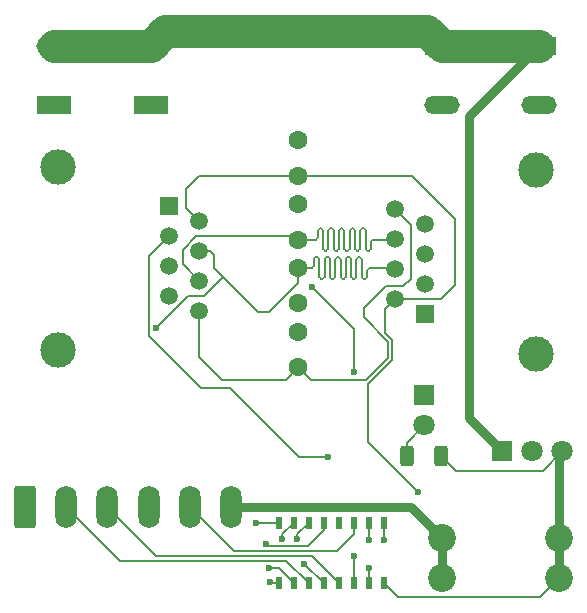
<source format=gtl>
G04 #@! TF.GenerationSoftware,KiCad,Pcbnew,8.0.0*
G04 #@! TF.CreationDate,2024-11-14T09:55:01-06:00*
G04 #@! TF.ProjectId,RainSegmentDriver,5261696e-5365-4676-9d65-6e7444726976,rev?*
G04 #@! TF.SameCoordinates,Original*
G04 #@! TF.FileFunction,Copper,L1,Top*
G04 #@! TF.FilePolarity,Positive*
%FSLAX46Y46*%
G04 Gerber Fmt 4.6, Leading zero omitted, Abs format (unit mm)*
G04 Created by KiCad (PCBNEW 8.0.0) date 2024-11-14 09:55:02*
%MOMM*%
%LPD*%
G01*
G04 APERTURE LIST*
G04 Aperture macros list*
%AMRoundRect*
0 Rectangle with rounded corners*
0 $1 Rounding radius*
0 $2 $3 $4 $5 $6 $7 $8 $9 X,Y pos of 4 corners*
0 Add a 4 corners polygon primitive as box body*
4,1,4,$2,$3,$4,$5,$6,$7,$8,$9,$2,$3,0*
0 Add four circle primitives for the rounded corners*
1,1,$1+$1,$2,$3*
1,1,$1+$1,$4,$5*
1,1,$1+$1,$6,$7*
1,1,$1+$1,$8,$9*
0 Add four rect primitives between the rounded corners*
20,1,$1+$1,$2,$3,$4,$5,0*
20,1,$1+$1,$4,$5,$6,$7,0*
20,1,$1+$1,$6,$7,$8,$9,0*
20,1,$1+$1,$8,$9,$2,$3,0*%
G04 Aperture macros list end*
G04 #@! TA.AperFunction,ComponentPad*
%ADD10R,1.800000X1.800000*%
G04 #@! TD*
G04 #@! TA.AperFunction,ComponentPad*
%ADD11C,1.800000*%
G04 #@! TD*
G04 #@! TA.AperFunction,ComponentPad*
%ADD12C,2.362000*%
G04 #@! TD*
G04 #@! TA.AperFunction,SMDPad,CuDef*
%ADD13R,0.508000X1.104900*%
G04 #@! TD*
G04 #@! TA.AperFunction,ComponentPad*
%ADD14RoundRect,0.250000X-0.650000X-1.550000X0.650000X-1.550000X0.650000X1.550000X-0.650000X1.550000X0*%
G04 #@! TD*
G04 #@! TA.AperFunction,ComponentPad*
%ADD15O,1.800000X3.600000*%
G04 #@! TD*
G04 #@! TA.AperFunction,ComponentPad*
%ADD16R,1.500000X1.500000*%
G04 #@! TD*
G04 #@! TA.AperFunction,ComponentPad*
%ADD17C,1.500000*%
G04 #@! TD*
G04 #@! TA.AperFunction,ComponentPad*
%ADD18C,3.000000*%
G04 #@! TD*
G04 #@! TA.AperFunction,ComponentPad*
%ADD19R,3.000000X1.500000*%
G04 #@! TD*
G04 #@! TA.AperFunction,ComponentPad*
%ADD20O,3.000000X1.500000*%
G04 #@! TD*
G04 #@! TA.AperFunction,ComponentPad*
%ADD21C,1.600000*%
G04 #@! TD*
G04 #@! TA.AperFunction,SMDPad,CuDef*
%ADD22RoundRect,0.250000X0.312500X0.625000X-0.312500X0.625000X-0.312500X-0.625000X0.312500X-0.625000X0*%
G04 #@! TD*
G04 #@! TA.AperFunction,ViaPad*
%ADD23C,0.600000*%
G04 #@! TD*
G04 #@! TA.AperFunction,Conductor*
%ADD24C,0.200000*%
G04 #@! TD*
G04 #@! TA.AperFunction,Conductor*
%ADD25C,0.750000*%
G04 #@! TD*
G04 #@! TA.AperFunction,Conductor*
%ADD26C,2.794000*%
G04 #@! TD*
G04 APERTURE END LIST*
D10*
X166355000Y-103295000D03*
D11*
X168895000Y-103295000D03*
X171435000Y-103295000D03*
D12*
X171150000Y-114060000D03*
X171150000Y-110650000D03*
X161250000Y-114060000D03*
X161250000Y-110650000D03*
D13*
X156330000Y-114470000D03*
X155060000Y-114470000D03*
X153790000Y-114470000D03*
X152520000Y-114470000D03*
X151250000Y-114470000D03*
X149980000Y-114470000D03*
X148710000Y-114470000D03*
X147440000Y-114470000D03*
X147440000Y-109390000D03*
X148710000Y-109390000D03*
X149980000Y-109390000D03*
X151250000Y-109390000D03*
X152520000Y-109390000D03*
X153790000Y-109390000D03*
X155060000Y-109390000D03*
X156330000Y-109390000D03*
D14*
X125925000Y-108030000D03*
D15*
X129425000Y-108030000D03*
X132925000Y-108030000D03*
X136425000Y-108030000D03*
X139925000Y-108030000D03*
X143425000Y-108030000D03*
D16*
X159845000Y-91730000D03*
D17*
X157305000Y-90460000D03*
X159845000Y-89190000D03*
X157305000Y-87920000D03*
X159845000Y-86650000D03*
X157305000Y-85380000D03*
X159845000Y-84110000D03*
X157305000Y-82840000D03*
D18*
X169245000Y-95055000D03*
X169245000Y-79515000D03*
D19*
X169500000Y-69000000D03*
X161300000Y-69000000D03*
D20*
X169500000Y-74000000D03*
X161300000Y-74000000D03*
D21*
X149100000Y-77000000D03*
X149100000Y-80000000D03*
D10*
X159725000Y-98590000D03*
D11*
X159725000Y-101130000D03*
D21*
X149100000Y-96200000D03*
X149100000Y-93200000D03*
D19*
X128400000Y-73970000D03*
X136600000Y-73970000D03*
D20*
X128400000Y-68970000D03*
X136600000Y-68970000D03*
D21*
X149100000Y-82400000D03*
X149100000Y-85400000D03*
D22*
X161187500Y-103730000D03*
X158262500Y-103730000D03*
D21*
X149100000Y-87800000D03*
X149100000Y-90800000D03*
D16*
X138155000Y-82555000D03*
D17*
X140695000Y-83825000D03*
X138155000Y-85095000D03*
X140695000Y-86365000D03*
X138155000Y-87635000D03*
X140695000Y-88905000D03*
X138155000Y-90175000D03*
X140695000Y-91445000D03*
D18*
X128755000Y-79230000D03*
X128755000Y-94770000D03*
D23*
X150225000Y-89405000D03*
X153800000Y-96630000D03*
X151600000Y-103830000D03*
X159200000Y-106730000D03*
X137050000Y-92905000D03*
X146675000Y-114430000D03*
X146650000Y-113205000D03*
X155060000Y-113230000D03*
X153800000Y-112230000D03*
X156362500Y-110842500D03*
X155060000Y-110870000D03*
X149025000Y-110780000D03*
X147749997Y-110780000D03*
X149610000Y-112830000D03*
X145525000Y-109405000D03*
X146400000Y-111180000D03*
D24*
X157540000Y-115680000D02*
X169530000Y-115680000D01*
X156330000Y-114470000D02*
X157540000Y-115680000D01*
X169530000Y-115680000D02*
X171150000Y-114060000D01*
X158262500Y-102592500D02*
X159725000Y-101130000D01*
X158262500Y-103730000D02*
X158262500Y-102592500D01*
X162412500Y-104955000D02*
X169775000Y-104955000D01*
X161187500Y-103730000D02*
X162412500Y-104955000D01*
X169775000Y-104955000D02*
X171435000Y-103295000D01*
D25*
X163575000Y-74925000D02*
X169500000Y-69000000D01*
X163575000Y-100515000D02*
X163575000Y-74925000D01*
X166355000Y-103295000D02*
X163575000Y-100515000D01*
X171150000Y-103580000D02*
X171435000Y-103295000D01*
X171150000Y-110650000D02*
X171150000Y-103580000D01*
D24*
X156475000Y-91290000D02*
X157305000Y-90460000D01*
X156475000Y-93269314D02*
X156475000Y-91290000D01*
X155025000Y-97620686D02*
X157070000Y-95575686D01*
X157070000Y-95575686D02*
X157070000Y-93864314D01*
X155025000Y-102555000D02*
X155025000Y-97620686D01*
X159200000Y-106730000D02*
X155025000Y-102555000D01*
X157070000Y-93864314D02*
X156475000Y-93269314D01*
X143325000Y-97980000D02*
X140825000Y-97980000D01*
X149175000Y-103830000D02*
X143325000Y-97980000D01*
X136450000Y-86800000D02*
X138155000Y-85095000D01*
X151600000Y-103830000D02*
X149175000Y-103830000D01*
X136450000Y-93605000D02*
X136450000Y-86800000D01*
X140825000Y-97980000D02*
X136450000Y-93605000D01*
X153800000Y-92980000D02*
X150225000Y-89405000D01*
X153800000Y-96630000D02*
X153800000Y-92980000D01*
X155060000Y-113230000D02*
X155060000Y-114470000D01*
X153800000Y-112230000D02*
X153790000Y-112240000D01*
X153790000Y-112240000D02*
X153790000Y-114470000D01*
X156362500Y-110842500D02*
X156330000Y-110810000D01*
X156330000Y-110810000D02*
X156330000Y-109390000D01*
X155060000Y-110870000D02*
X155060000Y-109390000D01*
X147445000Y-113205000D02*
X146650000Y-113205000D01*
X148710000Y-114470000D02*
X147445000Y-113205000D01*
X146715000Y-114470000D02*
X147440000Y-114470000D01*
X146675000Y-114430000D02*
X146715000Y-114470000D01*
X129425000Y-108030000D02*
X133975000Y-112580000D01*
X133975000Y-112580000D02*
X148090000Y-112580000D01*
X148090000Y-112580000D02*
X149980000Y-114470000D01*
X139800000Y-90155000D02*
X141125000Y-90155000D01*
X141125000Y-90155000D02*
X142730000Y-88550000D01*
X137050000Y-92905000D02*
X139800000Y-90155000D01*
X142730000Y-88550000D02*
X145710000Y-91530000D01*
X141950000Y-87770000D02*
X142730000Y-88550000D01*
X149025000Y-110345000D02*
X149980000Y-109390000D01*
X149025000Y-110780000D02*
X149025000Y-110345000D01*
X147749997Y-110350003D02*
X148710000Y-109390000D01*
X147749997Y-110780000D02*
X147749997Y-110350003D01*
X149610000Y-112830000D02*
X151250000Y-114470000D01*
X151250000Y-110030000D02*
X151250000Y-109390000D01*
X149900000Y-111380000D02*
X151250000Y-110030000D01*
X146600000Y-111380000D02*
X149900000Y-111380000D01*
X146400000Y-111180000D02*
X146600000Y-111380000D01*
X153790000Y-110340000D02*
X153790000Y-109390000D01*
X152350000Y-111780000D02*
X153790000Y-110340000D01*
X143675000Y-111780000D02*
X152350000Y-111780000D01*
X139925000Y-108030000D02*
X143675000Y-111780000D01*
X147425000Y-109405000D02*
X147440000Y-109390000D01*
X145525000Y-109405000D02*
X147425000Y-109405000D01*
X150230000Y-112180000D02*
X152520000Y-114470000D01*
X137075000Y-112180000D02*
X150230000Y-112180000D01*
X132925000Y-108030000D02*
X137075000Y-112180000D01*
D25*
X158630000Y-108030000D02*
X143425000Y-108030000D01*
X161250000Y-110650000D02*
X158630000Y-108030000D01*
X161250000Y-114060000D02*
X161250000Y-110650000D01*
X171150000Y-114060000D02*
X171150000Y-110650000D01*
D26*
X136600000Y-68970000D02*
X137840000Y-67730000D01*
X137840000Y-67730000D02*
X160030000Y-67730000D01*
X160030000Y-67730000D02*
X161300000Y-69000000D01*
X128400000Y-68970000D02*
X136600000Y-68970000D01*
X161300000Y-69000000D02*
X169500000Y-69000000D01*
D24*
X140695000Y-91445000D02*
X140695000Y-95345000D01*
X150150000Y-97250000D02*
X149100000Y-96200000D01*
X158600000Y-84135000D02*
X158600000Y-88700000D01*
X140695000Y-95345000D02*
X142620000Y-97270000D01*
X156670000Y-95410000D02*
X154830000Y-97250000D01*
X142620000Y-97270000D02*
X148030000Y-97270000D01*
X158000000Y-89300000D02*
X156530000Y-89300000D01*
X157305000Y-82840000D02*
X158600000Y-84135000D01*
X148030000Y-97270000D02*
X149100000Y-96200000D01*
X156670000Y-94030000D02*
X156670000Y-95410000D01*
X156530000Y-89300000D02*
X154620000Y-91210000D01*
X154830000Y-97250000D02*
X150150000Y-97250000D01*
X158600000Y-88700000D02*
X158000000Y-89300000D01*
X154620000Y-91980000D02*
X156670000Y-94030000D01*
X154620000Y-91210000D02*
X154620000Y-91980000D01*
X140720000Y-80000000D02*
X139610000Y-81110000D01*
X139610000Y-81110000D02*
X139610000Y-82740000D01*
X158700000Y-80000000D02*
X162390000Y-83690000D01*
X149100000Y-80000000D02*
X140720000Y-80000000D01*
X162390000Y-89210000D02*
X161200000Y-90400000D01*
X161200000Y-90400000D02*
X157365000Y-90400000D01*
X149100000Y-80000000D02*
X158700000Y-80000000D01*
X157365000Y-90400000D02*
X157305000Y-90460000D01*
X162390000Y-83690000D02*
X162390000Y-89210000D01*
X139610000Y-82740000D02*
X140695000Y-83825000D01*
X154787838Y-84630000D02*
X154787838Y-85400000D01*
X151367838Y-86350000D02*
X151457838Y-86350000D01*
X151187838Y-85220000D02*
X151187838Y-86170000D01*
X151187838Y-84630000D02*
X151187838Y-85220000D01*
X157285000Y-85400000D02*
X157305000Y-85380000D01*
X155237838Y-86170000D02*
X155237838Y-85580000D01*
X154337838Y-86170000D02*
X154337838Y-85400000D01*
X155417838Y-85400000D02*
X155507838Y-85400000D01*
X155507838Y-85400000D02*
X155932054Y-85400000D01*
X150917838Y-84450000D02*
X151007838Y-84450000D01*
X150737838Y-85220000D02*
X150737838Y-84630000D01*
X154967838Y-86350000D02*
X155057838Y-86350000D01*
X152537838Y-85400000D02*
X152537838Y-84630000D01*
X152537838Y-86170000D02*
X152537838Y-85400000D01*
X148800000Y-85100000D02*
X149100000Y-85400000D01*
X155932054Y-85400000D02*
X157285000Y-85400000D01*
X140475075Y-85100000D02*
X148800000Y-85100000D01*
X154067838Y-86350000D02*
X154157838Y-86350000D01*
X149100000Y-85400000D02*
X150557838Y-85400000D01*
X154787838Y-85400000D02*
X154787838Y-86170000D01*
X140695000Y-88905000D02*
X139300000Y-87510000D01*
X153887838Y-84630000D02*
X153887838Y-85400000D01*
X152267838Y-86350000D02*
X152357838Y-86350000D01*
X154337838Y-85400000D02*
X154337838Y-84630000D01*
X153167838Y-86350000D02*
X153257838Y-86350000D01*
X151637838Y-86170000D02*
X151637838Y-85400000D01*
X152987838Y-85400000D02*
X152987838Y-86170000D01*
X152087838Y-85400000D02*
X152087838Y-86170000D01*
X139300000Y-87510000D02*
X139300000Y-86275075D01*
X139300000Y-86275075D02*
X140475075Y-85100000D01*
X152717838Y-84450000D02*
X152807838Y-84450000D01*
X151817838Y-84450000D02*
X151907838Y-84450000D01*
X152987838Y-84630000D02*
X152987838Y-85400000D01*
X153887838Y-85400000D02*
X153887838Y-86170000D01*
X153437838Y-85400000D02*
X153437838Y-84630000D01*
X154517838Y-84450000D02*
X154607838Y-84450000D01*
X140695000Y-88905000D02*
X140990000Y-89200000D01*
X153617838Y-84450000D02*
X153707838Y-84450000D01*
X153437838Y-86170000D02*
X153437838Y-85400000D01*
X152087838Y-84630000D02*
X152087838Y-85400000D01*
X151637838Y-85400000D02*
X151637838Y-84630000D01*
X152987838Y-86170000D02*
G75*
G03*
X153167838Y-86349962I179962J0D01*
G01*
X150737838Y-84630000D02*
G75*
G02*
X150917838Y-84450038I179962J0D01*
G01*
X153437838Y-84630000D02*
G75*
G02*
X153617838Y-84450038I179962J0D01*
G01*
X153707838Y-84450000D02*
G75*
G02*
X153887800Y-84630000I-38J-180000D01*
G01*
X154337838Y-84630000D02*
G75*
G02*
X154517838Y-84450038I179962J0D01*
G01*
X155237838Y-85580000D02*
G75*
G02*
X155417838Y-85400038I179962J0D01*
G01*
X151187838Y-86170000D02*
G75*
G03*
X151367838Y-86349962I179962J0D01*
G01*
X151457838Y-86350000D02*
G75*
G03*
X151637800Y-86170000I-38J180000D01*
G01*
X155057838Y-86350000D02*
G75*
G03*
X155237800Y-86170000I-38J180000D01*
G01*
X152537838Y-84630000D02*
G75*
G02*
X152717838Y-84450038I179962J0D01*
G01*
X151907838Y-84450000D02*
G75*
G02*
X152087800Y-84630000I-38J-180000D01*
G01*
X151637838Y-84630000D02*
G75*
G02*
X151817838Y-84450038I179962J0D01*
G01*
X150557838Y-85400000D02*
G75*
G03*
X150737800Y-85220000I-38J180000D01*
G01*
X153887838Y-86170000D02*
G75*
G03*
X154067838Y-86349962I179962J0D01*
G01*
X153257838Y-86350000D02*
G75*
G03*
X153437800Y-86170000I-38J180000D01*
G01*
X154607838Y-84450000D02*
G75*
G02*
X154787800Y-84630000I-38J-180000D01*
G01*
X152087838Y-86170000D02*
G75*
G03*
X152267838Y-86349962I179962J0D01*
G01*
X154787838Y-86170000D02*
G75*
G03*
X154967838Y-86349962I179962J0D01*
G01*
X152807838Y-84450000D02*
G75*
G02*
X152987800Y-84630000I-38J-180000D01*
G01*
X151007838Y-84450000D02*
G75*
G02*
X151187800Y-84630000I-38J-180000D01*
G01*
X154157838Y-86350000D02*
G75*
G03*
X154337800Y-86170000I-38J180000D01*
G01*
X152357838Y-86350000D02*
G75*
G03*
X152537800Y-86170000I-38J180000D01*
G01*
X145710000Y-91530000D02*
X146640000Y-91530000D01*
X153571761Y-87800000D02*
X153571761Y-88570000D01*
X152671761Y-87030000D02*
X152671761Y-87800000D01*
X151771761Y-87030000D02*
X151771761Y-87800000D01*
X151771761Y-87800000D02*
X151771761Y-88570000D01*
X155640479Y-87800000D02*
X157185000Y-87800000D01*
X154021761Y-88570000D02*
X154021761Y-87800000D01*
X150421761Y-87620000D02*
X150421761Y-87030000D01*
X154471761Y-87030000D02*
X154471761Y-87800000D01*
X152221761Y-88570000D02*
X152221761Y-87800000D01*
X153301761Y-86850000D02*
X153391761Y-86850000D01*
X155101761Y-87800000D02*
X155191761Y-87800000D01*
X153121761Y-87800000D02*
X153121761Y-87030000D01*
X150871761Y-87030000D02*
X150871761Y-87620000D01*
X152851761Y-88750000D02*
X152941761Y-88750000D01*
X141950000Y-86680000D02*
X141950000Y-87770000D01*
X154471761Y-87800000D02*
X154471761Y-88570000D01*
X140695000Y-86365000D02*
X141635000Y-86365000D01*
X150871761Y-87620000D02*
X150871761Y-88570000D01*
X154921761Y-88570000D02*
X154921761Y-87980000D01*
X154201761Y-86850000D02*
X154291761Y-86850000D01*
X155191761Y-87800000D02*
X155640479Y-87800000D01*
X151051761Y-88750000D02*
X151141761Y-88750000D01*
X153571761Y-87030000D02*
X153571761Y-87800000D01*
X149100000Y-89070000D02*
X149100000Y-87800000D01*
X153751761Y-88750000D02*
X153841761Y-88750000D01*
X154021761Y-87800000D02*
X154021761Y-87030000D01*
X151321761Y-88570000D02*
X151321761Y-87800000D01*
X151321761Y-87800000D02*
X151321761Y-87030000D01*
X149100000Y-87800000D02*
X150241761Y-87800000D01*
X151951761Y-88750000D02*
X152041761Y-88750000D01*
X146640000Y-91530000D02*
X149100000Y-89070000D01*
X152671761Y-87800000D02*
X152671761Y-88570000D01*
X141635000Y-86365000D02*
X141950000Y-86680000D01*
X150601761Y-86850000D02*
X150691761Y-86850000D01*
X153121761Y-88570000D02*
X153121761Y-87800000D01*
X152221761Y-87800000D02*
X152221761Y-87030000D01*
X151501761Y-86850000D02*
X151591761Y-86850000D01*
X152401761Y-86850000D02*
X152491761Y-86850000D01*
X154651761Y-88750000D02*
X154741761Y-88750000D01*
X157185000Y-87800000D02*
X157305000Y-87920000D01*
X152491761Y-86850000D02*
G75*
G02*
X152671800Y-87030000I39J-180000D01*
G01*
X152221761Y-87030000D02*
G75*
G02*
X152401761Y-86849961I180039J0D01*
G01*
X151591761Y-86850000D02*
G75*
G02*
X151771800Y-87030000I39J-180000D01*
G01*
X154471761Y-88570000D02*
G75*
G03*
X154651761Y-88750039I180039J0D01*
G01*
X152941761Y-88750000D02*
G75*
G03*
X153121800Y-88570000I39J180000D01*
G01*
X151141761Y-88750000D02*
G75*
G03*
X151321800Y-88570000I39J180000D01*
G01*
X151771761Y-88570000D02*
G75*
G03*
X151951761Y-88750039I180039J0D01*
G01*
X150871761Y-88570000D02*
G75*
G03*
X151051761Y-88750039I180039J0D01*
G01*
X150241761Y-87800000D02*
G75*
G03*
X150421800Y-87620000I39J180000D01*
G01*
X153571761Y-88570000D02*
G75*
G03*
X153751761Y-88750039I180039J0D01*
G01*
X153121761Y-87030000D02*
G75*
G02*
X153301761Y-86849961I180039J0D01*
G01*
X150421761Y-87030000D02*
G75*
G02*
X150601761Y-86849961I180039J0D01*
G01*
X154741761Y-88750000D02*
G75*
G03*
X154921800Y-88570000I39J180000D01*
G01*
X151321761Y-87030000D02*
G75*
G02*
X151501761Y-86849961I180039J0D01*
G01*
X150691761Y-86850000D02*
G75*
G02*
X150871800Y-87030000I39J-180000D01*
G01*
X154921761Y-87980000D02*
G75*
G02*
X155101761Y-87799961I180039J0D01*
G01*
X152671761Y-88570000D02*
G75*
G03*
X152851761Y-88750039I180039J0D01*
G01*
X153841761Y-88750000D02*
G75*
G03*
X154021800Y-88570000I39J180000D01*
G01*
X154021761Y-87030000D02*
G75*
G02*
X154201761Y-86849961I180039J0D01*
G01*
X153391761Y-86850000D02*
G75*
G02*
X153571800Y-87030000I39J-180000D01*
G01*
X152041761Y-88750000D02*
G75*
G03*
X152221800Y-88570000I39J180000D01*
G01*
X154291761Y-86850000D02*
G75*
G02*
X154471800Y-87030000I39J-180000D01*
G01*
M02*

</source>
